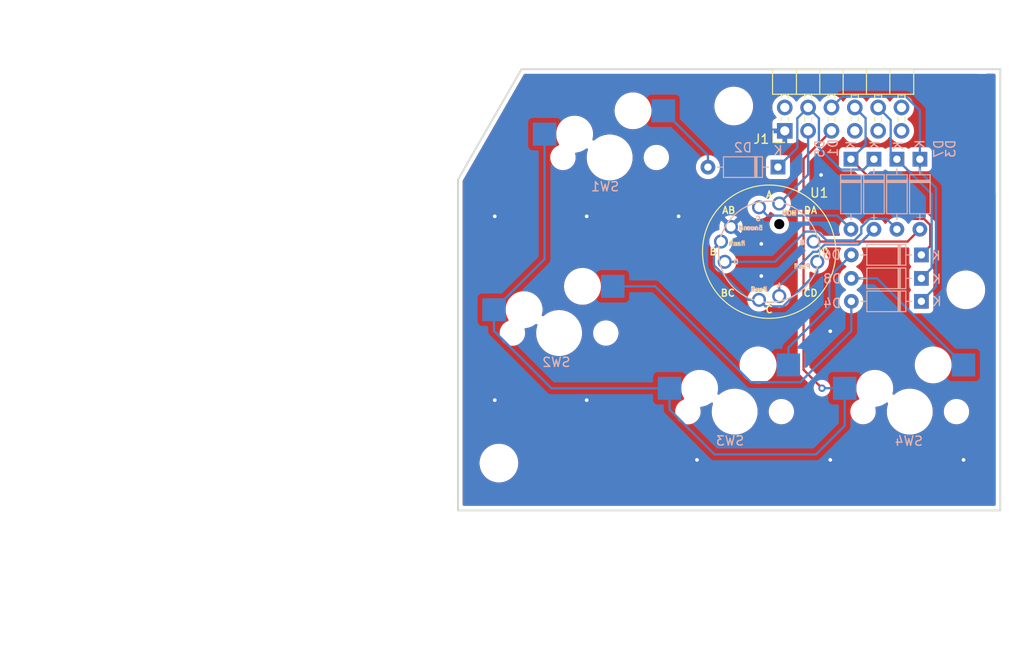
<source format=kicad_pcb>
(kicad_pcb (version 20211014) (generator pcbnew)
  (layers (0 "F.Cu" signal) (31 "B.Cu" signal) (34 "B.Paste" user) (35 "F.Paste" user) (36 "B.SilkS" user "B.Silkscreen") (37 "F.SilkS" user "F.Silkscreen") (38 "B.Mask" user) (39 "F.Mask" user) (44 "Edge.Cuts" user))
  (net 0 "")
  (net 1 "/Col0")
  (net 2 "Net-(D1-Pad2)")
  (net 3 "/Col1")
  (net 4 "Net-(D3-Pad2)")
  (net 5 "/Col2")
  (net 6 "Net-(D5-Pad2)")
  (net 7 "Net-(D6-Pad2)")
  (net 8 "/Col3")
  (net 9 "Net-(D7-Pad2)")
  (net 10 "Net-(D8-Pad2)")
  (net 11 "/Col4")
  (net 12 "/Col5")
  (net 13 "/GND")
  (net 14 "/3.3v")
  (net 15 "/Row4")
  (net 16 "/Row5")
  (net 19 "Net-(D2-Pad2)")
  (net 20 "Net-(D4-Pad2)")
  (net 21 "unconnected-(U1-Pad3)")
  (footprint "MountingHole:MountingHole_3.2mm_M3" (layer "F.Cu") (at 141.25 48)
    (fp_text reference "H3" hide)
    (fp_text value "MountingHole")
    (pad "" np_thru_hole circle (at 0 0) (size 3.2 3.2) (drill 3.2) (layers *.Cu *.Mask))
  )
  (footprint "keypad:MXOnly-1U-Hotswap" (layer "F.Cu") (at 135.15 61.25)
    (fp_text reference "SW4" (at -0.1 3.2) (layer "B.SilkS") (effects (justify mirror)))
    (fp_text value "SW_Push")
    (pad "" np_thru_hole circle (at -3.81 -2.54) (size 3 3) (drill 3) (layers *.Cu *.Mask))
    (pad "" np_thru_hole circle (at -5.08 0 48.0996) (size 1.75 1.75) (drill 1.75) (layers *.Cu *.Mask))
    (pad "" np_thru_hole circle (at 0 0) (size 3.9878 3.9878) (drill 3.9878) (layers *.Cu *.Mask))
    (pad "" np_thru_hole circle (at 2.54 -5.08) (size 3 3) (drill 3) (layers *.Cu *.Mask))
    (pad "" np_thru_hole circle (at 5.08 0 48.0996) (size 1.75 1.75) (drill 1.75) (layers *.Cu *.Mask))
    (pad "1" smd rect (at -7.085 -2.54) (size 2.55 2.5) (layers "B.Cu" "B.Paste" "B.Mask") (net 16 "/Row5"))
    (pad "2" smd rect (at 5.842 -5.08) (size 2.55 2.5) (layers "B.Cu" "B.Paste" "B.Mask") (net 10 "Net-(D8-Pad2)"))
  )
  (footprint "keypad:MXOnly-1U-Hotswap" (layer "F.Cu") (at 116.1 61.25)
    (fp_text reference "SW3" (at -0.5 3.175) (layer "B.SilkS") (effects (justify mirror)))
    (fp_text value "SW_Push")
    (pad "" np_thru_hole circle (at 5.08 0 48.0996) (size 1.75 1.75) (drill 1.75) (layers *.Cu *.Mask))
    (pad "" np_thru_hole circle (at -5.08 0 48.0996) (size 1.75 1.75) (drill 1.75) (layers *.Cu *.Mask))
    (pad "" np_thru_hole circle (at -3.81 -2.54) (size 3 3) (drill 3) (layers *.Cu *.Mask))
    (pad "" np_thru_hole circle (at 0 0) (size 3.9878 3.9878) (drill 3.9878) (layers *.Cu *.Mask))
    (pad "" np_thru_hole circle (at 2.54 -5.08) (size 3 3) (drill 3) (layers *.Cu *.Mask))
    (pad "1" smd rect (at -7.085 -2.54) (size 2.55 2.5) (layers "B.Cu" "B.Paste" "B.Mask") (net 16 "/Row5"))
    (pad "2" smd rect (at 5.842 -5.08) (size 2.55 2.5) (layers "B.Cu" "B.Paste" "B.Mask") (net 7 "Net-(D6-Pad2)"))
  )
  (footprint "keypad:PinHeader_2x06_P2.54mm_Horizontal" (layer "F.Cu") (at 121.55 30.7 90)
    (fp_text reference "J1" (at -0.9 -2.55 180) (layer "F.SilkS"))
    (fp_text value "Conn_02x06_Odd_Even")
    (fp_line (start 6.64 -1.33) (end 3.98 -1.33) (layer "F.SilkS") (width 0.12))
    (fp_line (start -1.27 -1.27) (end 0 -1.27) (layer "F.SilkS") (width 0.12))
    (fp_line (start 1.11 0.38) (end 1.497071 0.38) (layer "F.SilkS") (width 0.12))
    (fp_line (start 3.98 -1.33) (end 3.98 14.03) (layer "F.SilkS") (width 0.12))
    (fp_line (start 6.64 14.03) (end 6.64 -1.33) (layer "F.SilkS") (width 0.12))
    (fp_line (start 3.582929 4.7) (end 3.98 4.7) (layer "F.SilkS") (width 0.12))
    (fp_line (start 3.582929 2.92) (end 3.98 2.92) (layer "F.SilkS") (width 0.12))
    (fp_line (start 1.042929 9.78) (end 1.497071 9.78) (layer "F.SilkS") (width 0.12))
    (fp_line (start 3.98 1.27) (end 6.64 1.27) (layer "F.SilkS") (width 0.12))
    (fp_line (start 1.042929 12.32) (end 1.497071 12.32) (layer "F.SilkS") (width 0.12))
    (fp_line (start 1.042929 13.08) (end 1.497071 13.08) (layer "F.SilkS") (width 0.12))
    (fp_line (start 3.582929 8) (end 3.98 8) (layer "F.SilkS") (width 0.12))
    (fp_line (start 1.042929 2.92) (end 1.497071 2.92) (layer "F.SilkS") (width 0.12))
    (fp_line (start 3.582929 9.78) (end 3.98 9.78) (layer "F.SilkS") (width 0.12))
    (fp_line (start 1.042929 2.16) (end 1.497071 2.16) (layer "F.SilkS") (width 0.12))
    (fp_line (start 3.582929 0.38) (end 3.98 0.38) (layer "F.SilkS") (width 0.12))
    (fp_line (start 3.98 14.03) (end 6.64 14.03) (layer "F.SilkS") (width 0.12))
    (fp_line (start 1.042929 7.24) (end 1.497071 7.24) (layer "F.SilkS") (width 0.12))
    (fp_line (start 1.042929 4.7) (end 1.497071 4.7) (layer "F.SilkS") (width 0.12))
    (fp_line (start 3.582929 13.08) (end 3.98 13.08) (layer "F.SilkS") (width 0.12))
    (fp_line (start 1.042929 8) (end 1.497071 8) (layer "F.SilkS") (width 0.12))
    (fp_line (start 3.98 8.89) (end 6.64 8.89) (layer "F.SilkS") (width 0.12))
    (fp_line (start 3.582929 7.24) (end 3.98 7.24) (layer "F.SilkS") (width 0.12))
    (fp_line (start 1.11 -0.38) (end 1.497071 -0.38) (layer "F.SilkS") (width 0.12))
    (fp_line (start 3.582929 5.46) (end 3.98 5.46) (layer "F.SilkS") (width 0.12))
    (fp_line (start 3.582929 10.54) (end 3.98 10.54) (layer "F.SilkS") (width 0.12))
    (fp_line (start 3.582929 12.32) (end 3.98 12.32) (layer "F.SilkS") (width 0.12))
    (fp_line (start 3.98 3.81) (end 6.64 3.81) (layer "F.SilkS") (width 0.12))
    (fp_line (start 3.582929 2.16) (end 3.98 2.16) (layer "F.SilkS") (width 0.12))
    (fp_line (start -1.27 0) (end -1.27 -1.27) (layer "F.SilkS") (width 0.12))
    (fp_line (start 3.582929 -0.38) (end 3.98 -0.38) (layer "F.SilkS") (width 0.12))
    (fp_line (start 3.98 11.43) (end 6.64 11.43) (layer "F.SilkS") (width 0.12))
    (fp_line (start 1.042929 5.46) (end 1.497071 5.46) (layer "F.SilkS") (width 0.12))
    (fp_line (start 3.98 6.35) (end 6.64 6.35) (layer "F.SilkS") (width 0.12))
    (fp_line (start 1.042929 10.54) (end 1.497071 10.54) (layer "F.SilkS") (width 0.12))
    (pad "1" thru_hole rect (at 0 0 90) (size 1.7 1.7) (drill 1) (layers *.Cu *.Mask) (net 13 "/GND"))
    (pad "2" thru_hole oval (at 2.54 0 90) (size 1.7 1.7) (drill 1) (layers *.Cu *.Mask) (net 14 "/3.3v"))
    (pad "3" thru_hole oval (at 0 2.54 90) (size 1.7 1.7) (drill 1) (layers *.Cu *.Mask) (net 15 "/Row4"))
    (pad "4" thru_hole oval (at 2.54 2.54 90) (size 1.7 1.7) (drill 1) (layers *.Cu *.Mask) (net 1 "/Col0"))
    (pad "5" thru_hole oval (at 0 5.08 90) (size 1.7 1.7) (drill 1) (layers *.Cu *.Mask) (net 16 "/Row5"))
    (pad "6" thru_hole oval (at 2.54 5.08 90) (size 1.7 1.7) (drill 1) (layers *.Cu *.Mask) (net 3 "/Col1"))
    (pad "7" thru_hole oval (at 0 7.62 90) (size 1.7 1.7) (drill 1) (layers *.Cu *.Mask))
    (pad "8" thru_hole oval (at 2.54 7.62 90) (size 1.7 1.7) (drill 1) (layers *.Cu *.Mask) (net 5 "/Col2"))
    (pad "9" thru_hole oval (at 0 10.16 90) (size 1.7 1.7) (drill 1) (layers *.Cu *.Mask))
    (pad "10" thru_hole oval (at 2.54 10.16 90) (size 1.7 1.7) (drill 1) (layers *.Cu *.Mask) (net 8 "/Col3"))
    (pad "11" thru_hole oval (at 0 12.7 90) (size 1.7 1.7) (drill 1) (layers *.Cu *.Mask) (net 12 "/Col5"))
    (pad "12" thru_hole oval (at 2.54 12.7 90) (size 1.7 1.7) (drill 1) (layers *.Cu *.Mask) (net 11 "/Col4"))
  )
  (footprint "thumb_pod:RKJXM1015004" (layer "F.Cu") (at 119.85 43.85)
    (fp_text reference "U1" (at 5.45 -6.4 unlocked) (layer "F.SilkS"))
    (fp_text value "RKJXM1015004")
    (fp_text user "Push" (at 3.6 1.6 unlocked) (layer "B.SilkS") (effects (font (size 0.5 0.5) (thickness 0.125)) (justify mirror)))
    (fp_text user "Push" (at -1.1 4.1 unlocked) (layer "B.SilkS") (effects (font (size 0.5 0.5) (thickness 0.125)) (justify mirror)))
    (fp_text user "B" (at 3.6 -1 unlocked) (layer "B.SilkS") (effects (font (size 0.5 0.5) (thickness 0.125)) (justify mirror)))
    (fp_text user "D" (at -3.6 1.1 unlocked) (layer "B.SilkS") (effects (font (size 0.5 0.5) (thickness 0.125)) (justify mirror)))
    (fp_text user "Push" (at -3.5 -0.9 unlocked) (layer "B.SilkS") (effects (font (size 0.5 0.5) (thickness 0.125)) (justify mirror)))
    (fp_text user "COM" (at 2.2 -4.2 unlocked) (layer "B.SilkS") (effects (font (size 0.5 0.5) (thickness 0.125)) (justify mirror)))
    (fp_text user "Ground" (at -2 -2.6 unlocked) (layer "B.SilkS") (effects (font (size 0.5 0.5) (thickness 0.125)) (justify mirror)))
    (fp_text user "A" (at 1.1 3.7 unlocked) (layer "B.SilkS") (effects (font (size 0.5 0.5) (thickness 0.125)) (justify mirror)))
    (fp_text user "C" (at -1.2 -3.6 unlocked) (layer "B.SilkS") (effects (font (size 0.5 0.5) (thickness 0.125)) (justify mirror)))
    (fp_text user "B" (at -6.1 0 unlocked) (layer "F.SilkS") (effects (font (size 0.75 0.75))))
    (fp_text user "Push" (at -3.5 -0.9 unlocked) (layer "F.SilkS") (effects (font (size 0.5 0.5) (thickness 0.125))))
    (fp_text user "BC" (at -4.5 4.5 unlocked) (layer "F.SilkS") (effects (font (size 0.75 0.75))))
    (fp_text user "AB" (at -4.4 -4.5 unlocked) (layer "F.SilkS") (effects (font (size 0.75 0.75))))
    (fp_text user "C" (at 0 6.3 unlocked) (layer "F.SilkS") (effects (font (size 0.75 0.75))))
    (fp_text user "A" (at 1.1 3.7 unlocked) (layer "F.SilkS") (effects (font (size 0.5 0.5) (thickness 0.125))))
    (fp_text user "DA" (at 4.5 -4.5 unlocked) (layer "F.SilkS") (effects (font (size 0.75 0.75))))
    (fp_text user "D" (at -3.6 1.1 unlocked) (layer "F.SilkS") (effects (font (size 0.5 0.5) (thickness 0.125))))
    (fp_text user "CD" (at 4.5 4.5 unlocked) (layer "F.SilkS") (effects (font (size 0.75 0.75))))
    (fp_text user "Push" (at 3.6 1.6 unlocked) (layer "F.SilkS") (effects (font (size 0.5 0.5) (thickness 0.125))))
    (fp_text user "A" (at 0 -6.2 unlocked) (layer "F.SilkS") (effects (font (size 0.75 0.75))))
    (fp_text user "B" (at 3.6 -1 unlocked) (layer "F.SilkS") (effects (font (size 0.5 0.5) (thickness 0.125))))
    (fp_text user "D" (at 6.1 0 unlocked) (layer "F.SilkS") (effects (font (size 0.75 0.75))))
    (fp_text user "Ground" (at -2 -2.6 unlocked) (layer "F.SilkS") (effects (font (size 0.5 0.5) (thickness 0.125))))
    (fp_text user "Push" (at -1.1 4.1 unlocked) (layer "F.SilkS") (effects (font (size 0.5 0.5) (thickness 0.125))))
    (fp_text user "COM" (at 2.2 -4.2 unlocked) (layer "F.SilkS") (effects (font (size 0.5 0.5) (thickness 0.125))))
    (fp_text user "C" (at -1.2 -3.6 unlocked) (layer "F.SilkS") (effects (font (size 0.5 0.5) (thickness 0.125))))
    (fp_circle (center 0 0) (end 5.5 0) (layer "B.SilkS") (width 0.12) (fill none))
    (fp_circle (center 0 0) (end 7.25 0) (layer "F.SilkS") (width 0.12) (fill none))
    (fp_circle (center 0 0) (end 5.5 0) (layer "F.SilkS") (width 0.12) (fill none))
    (pad "" np_thru_hole circle (at 1.1 -3) (size 1.1 1.1) (drill 1.1) (layers *.Mask))
    (pad "1" thru_hole circle (at 1.1 -5.24) (size 1.524 1.524) (drill 1) (layers *.Cu *.Mask) (net 15 "/Row4"))
    (pad "2" thru_hole circle (at 4.83 -1.1) (size 1.524 1.524) (drill 1) (layers *.Cu *.Mask) (net 4 "Net-(D3-Pad2)"))
    (pad "3" thru_hole circle (at -5.24 -1.1) (size 1.524 1.524) (drill 1) (layers *.Cu *.Mask) (net 21 "unconnected-(U1-Pad3)"))
    (pad "3" thru_hole circle (at 5.24 1.1) (size 1.524 1.524) (drill 1) (layers *.Cu *.Mask) (net 21 "unconnected-(U1-Pad3)"))
    (pad "3" thru_hole circle (at -1.1 5.24) (size 1.524 1.524) (drill 1) (layers *.Cu *.Mask) (net 21 "unconnected-(U1-Pad3)"))
    (pad "4" thru_hole circle (at 1.1 4.83) (size 1.524 1.524) (drill 1) (layers *.Cu *.Mask) (net 2 "Net-(D1-Pad2)"))
    (pad "5" thru_hole circle (at -4.83 1.1) (size 1.524 1.524) (drill 1) (layers *.Cu *.Mask) (net 9 "Net-(D7-Pad2)"))
    (pad "6" thru_hole circle (at -4.15 -2.7) (size 1.524 1.524) (drill 1) (layers *.Cu *.Mask) (net 13 "/GND"))
    (pad "7" thru_hole circle (at -1.1 -4.83) (size 1.524 1.524) (drill 1) (layers *.Cu *.Mask) (net 6 "Net-(D5-Pad2)"))
  )
  (footprint "MountingHole:MountingHole_3.2mm_M3" (layer "F.Cu") (at 116 28)
    (fp_text reference "H1" hide)
    (fp_text value "MountingHole")
    (pad "" np_thru_hole circle (at 0 0) (size 3.2 3.2) (drill 3.2) (layers *.Cu *.Mask))
  )
  (footprint "keypad:MXOnly-1U-Hotswap" (layer "F.Cu") (at 97 52.7)
    (fp_text reference "SW2" (at -0.3 3.175) (layer "B.SilkS") (effects (justify mirror)))
    (fp_text value "SW_Push")
    (pad "" np_thru_hole circle (at 5.08 0 48.0996) (size 1.75 1.75) (drill 1.75) (layers *.Cu *.Mask))
    (pad "" np_thru_hole circle (at -5.08 0 48.0996) (size 1.75 1.75) (drill 1.75) (layers *.Cu *.Mask))
    (pad "" np_thru_hole circle (at 0 0) (size 3.9878 3.9878) (drill 3.9878) (layers *.Cu *.Mask))
    (pad "" np_thru_hole circle (at 2.54 -5.08) (size 3 3) (drill 3) (layers *.Cu *.Mask))
    (pad "" np_thru_hole circle (at -3.81 -2.54) (size 3 3) (drill 3) (layers *.Cu *.Mask))
    (pad "1" smd rect (at -7.085 -2.54) (size 2.55 2.5) (layers "B.Cu" "B.Paste" "B.Mask") (net 16 "/Row5"))
    (pad "2" smd rect (at 5.842 -5.08) (size 2.55 2.5) (layers "B.Cu" "B.Paste" "B.Mask") (net 20 "Net-(D4-Pad2)"))
  )
  (footprint "keypad:MXOnly-1U-Hotswap" (layer "F.Cu") (at 102.5 33.6)
    (fp_text reference "SW1" (at -0.5 3.175) (layer "B.SilkS") (effects (justify mirror)))
    (fp_text value "SW_Push")
    (pad "" np_thru_hole circle (at -3.81 -2.54) (size 3 3) (drill 3) (layers *.Cu *.Mask))
    (pad "" np_thru_hole circle (at 5.08 0 48.0996) (size 1.75 1.75) (drill 1.75) (layers *.Cu *.Mask))
    (pad "" np_thru_hole circle (at -5.08 0 48.0996) (size 1.75 1.75) (drill 1.75) (layers *.Cu *.Mask))
    (pad "" np_thru_hole circle (at 0 0) (size 3.9878 3.9878) (drill 3.9878) (layers *.Cu *.Mask))
    (pad "" np_thru_hole circle (at 2.54 -5.08) (size 3 3) (drill 3) (layers *.Cu *.Mask))
    (pad "1" smd rect (at -7.085 -2.54) (size 2.55 2.5) (layers "B.Cu" "B.Paste" "B.Mask") (net 16 "/Row5"))
    (pad "2" smd rect (at 5.842 -5.08) (size 2.55 2.5) (layers "B.Cu" "B.Paste" "B.Mask") (net 19 "Net-(D2-Pad2)"))
  )
  (footprint "MountingHole:MountingHole_3.2mm_M3" (layer "F.Cu") (at 90.45 66.85)
    (fp_text reference "H2" hide)
    (fp_text value "MountingHole")
    (pad "" np_thru_hole circle (at 0 0) (size 3.2 3.2) (drill 3.2) (layers *.Cu *.Mask))
  )
  (footprint "Diode_THT:D_DO-35_SOD27_P7.62mm_Horizontal" (layer "B.Cu") (at 131.25 33.79 -90)
    (fp_text reference "D1" (at -1.24 4.45 -270) (layer "B.SilkS") (effects (justify mirror)))
    (fp_text value "1N4148")
    (fp_text user "K" (at -1.54 -0.1 -270) (layer "B.SilkS") (effects (justify mirror)))
    (fp_line (start 5.93 1.12) (end 1.69 1.12) (layer "B.SilkS") (width 0.12))
    (fp_line (start 1.69 -1.12) (end 5.93 -1.12) (layer "B.SilkS") (width 0.12))
    (fp_line (start 1.69 1.12) (end 1.69 -1.12) (layer "B.SilkS") (width 0.12))
    (fp_line (start 2.41 1.12) (end 2.41 -1.12) (layer "B.SilkS") (width 0.12))
    (fp_line (start 2.53 1.12) (end 2.53 -1.12) (layer "B.SilkS") (width 0.12))
    (fp_line (start 2.29 1.12) (end 2.29 -1.12) (layer "B.SilkS") (width 0.12))
    (fp_line (start 6.58 0) (end 5.93 0) (layer "B.SilkS") (width 0.12))
    (fp_line (start 5.93 -1.12) (end 5.93 1.12) (layer "B.SilkS") (width 0.12))
    (fp_line (start 1.04 0) (end 1.69 0) (layer "B.SilkS") (width 0.12))
    (pad "1" thru_hole rect (at 0 0 270) (size 1.6 1.6) (drill 0.8) (layers *.Cu *.Mask) (net 1 "/Col0"))
    (pad "2" thru_hole oval (at 7.62 0 270) (size 1.6 1.6) (drill 0.8) (layers *.Cu *.Mask) (net 2 "Net-(D1-Pad2)"))
  )
  (footprint "Diode_THT:D_DO-35_SOD27_P7.62mm_Horizontal" (layer "B.Cu") (at 128.75 33.79 -90)
    (fp_text reference "D5" (at -1.14 3.4 -270) (layer "B.SilkS") (effects (justify mirror)))
    (fp_text value "1N4148")
    (fp_text user "K" (at -1.54 0 -270) (layer "B.SilkS") (effects (justify mirror)))
    (fp_line (start 2.53 1.12) (end 2.53 -1.12) (layer "B.SilkS") (width 0.12))
    (fp_line (start 1.04 0) (end 1.69 0) (layer "B.SilkS") (width 0.12))
    (fp_line (start 1.69 -1.12) (end 5.93 -1.12) (layer "B.SilkS") (width 0.12))
    (fp_line (start 2.41 1.12) (end 2.41 -1.12) (layer "B.SilkS") (width 0.12))
    (fp_line (start 2.29 1.12) (end 2.29 -1.12) (layer "B.SilkS") (width 0.12))
    (fp_line (start 5.93 1.12) (end 1.69 1.12) (layer "B.SilkS") (width 0.12))
    (fp_line (start 5.93 -1.12) (end 5.93 1.12) (layer "B.SilkS") (width 0.12))
    (fp_line (start 6.58 0) (end 5.93 0) (layer "B.SilkS") (width 0.12))
    (fp_line (start 1.69 1.12) (end 1.69 -1.12) (layer "B.SilkS") (width 0.12))
    (pad "1" thru_hole rect (at 0 0 270) (size 1.6 1.6) (drill 0.8) (layers *.Cu *.Mask) (net 5 "/Col2"))
    (pad "2" thru_hole oval (at 7.62 0 270) (size 1.6 1.6) (drill 0.8) (layers *.Cu *.Mask) (net 6 "Net-(D5-Pad2)"))
  )
  (footprint "Diode_THT:D_DO-35_SOD27_P7.62mm_Horizontal" (layer "B.Cu") (at 136.41 46.75 180)
    (fp_text reference "D8" (at 9.7 -0.04) (layer "B.SilkS") (effects (justify mirror)))
    (fp_text value "1N4148")
    (fp_text user "K" (at -1.65 -0.09) (layer "B.SilkS") (effects (justify mirror)))
    (fp_line (start 5.93 -1.12) (end 5.93 1.12) (layer "B.SilkS") (width 0.12))
    (fp_line (start 1.69 -1.12) (end 5.93 -1.12) (layer "B.SilkS") (width 0.12))
    (fp_line (start 2.29 1.12) (end 2.29 -1.12) (layer "B.SilkS") (width 0.12))
    (fp_line (start 1.04 0) (end 1.69 0) (layer "B.SilkS") (width 0.12))
    (fp_line (start 1.69 1.12) (end 1.69 -1.12) (layer "B.SilkS") (width 0.12))
    (fp_line (start 6.58 0) (end 5.93 0) (layer "B.SilkS") (width 0.12))
    (fp_line (start 2.53 1.12) (end 2.53 -1.12) (layer "B.SilkS") (width 0.12))
    (fp_line (start 5.93 1.12) (end 1.69 1.12) (layer "B.SilkS") (width 0.12))
    (fp_line (start 2.41 1.12) (end 2.41 -1.12) (layer "B.SilkS") (width 0.12))
    (pad "1" thru_hole rect (at 0 0 180) (size 1.6 1.6) (drill 0.8) (layers *.Cu *.Mask) (net 8 "/Col3"))
    (pad "2" thru_hole oval (at 7.62 0 180) (size 1.6 1.6) (drill 0.8) (layers *.Cu *.Mask) (net 10 "Net-(D8-Pad2)"))
  )
  (footprint "Diode_THT:D_DO-35_SOD27_P7.62mm_Horizontal" (layer "B.Cu") (at 133.75 33.79 -90)
    (fp_text reference "D7" (at -1.14 -4.55 -270) (layer "B.SilkS") (effects (justify mirror)))
    (fp_text value "1N4148")
    (fp_text user "K" (at -1.49 -0.15 -270) (layer "B.SilkS") (effects (justify mirror)))
    (fp_line (start 1.69 -1.12) (end 5.93 -1.12) (layer "B.SilkS") (width 0.12))
    (fp_line (start 5.93 -1.12) (end 5.93 1.12) (layer "B.SilkS") (width 0.12))
    (fp_line (start 1.69 1.12) (end 1.69 -1.12) (layer "B.SilkS") (width 0.12))
    (fp_line (start 2.29 1.12) (end 2.29 -1.12) (layer "B.SilkS") (width 0.12))
    (fp_line (start 6.58 0) (end 5.93 0) (layer "B.SilkS") (width 0.12))
    (fp_line (start 2.53 1.12) (end 2.53 -1.12) (layer "B.SilkS") (width 0.12))
    (fp_line (start 2.41 1.12) (end 2.41 -1.12) (layer "B.SilkS") (width 0.12))
    (fp_line (start 5.93 1.12) (end 1.69 1.12) (layer "B.SilkS") (width 0.12))
    (fp_line (start 1.04 0) (end 1.69 0) (layer "B.SilkS") (width 0.12))
    (pad "1" thru_hole rect (at 0 0 270) (size 1.6 1.6) (drill 0.8) (layers *.Cu *.Mask) (net 8 "/Col3"))
    (pad "2" thru_hole oval (at 7.62 0 270) (size 1.6 1.6) (drill 0.8) (layers *.Cu *.Mask) (net 9 "Net-(D7-Pad2)"))
  )
  (footprint "Diode_THT:D_DO-35_SOD27_P7.62mm_Horizontal" (layer "B.Cu") (at 136.41 49.25 180)
    (fp_text reference "D4" (at 9.7 -0.21) (layer "B.SilkS") (effects (justify mirror)))
    (fp_text value "1N4148")
    (fp_text user "K" (at -1.7 -0.01) (layer "B.SilkS") (effects (justify mirror)))
    (fp_line (start 1.04 0) (end 1.69 0) (layer "B.SilkS") (width 0.12))
    (fp_line (start 1.69 -1.12) (end 5.93 -1.12) (layer "B.SilkS") (width 0.12))
    (fp_line (start 2.29 1.12) (end 2.29 -1.12) (layer "B.SilkS") (width 0.12))
    (fp_line (start 6.58 0) (end 5.93 0) (layer "B.SilkS") (width 0.12))
    (fp_line (start 5.93 1.12) (end 1.69 1.12) (layer "B.SilkS") (width 0.12))
    (fp_line (start 5.93 -1.12) (end 5.93 1.12) (layer "B.SilkS") (width 0.12))
    (fp_line (start 2.53 1.12) (end 2.53 -1.12) (layer "B.SilkS") (width 0.12))
    (fp_line (start 2.41 1.12) (end 2.41 -1.12) (layer "B.SilkS") (width 0.12))
    (fp_line (start 1.69 1.12) (end 1.69 -1.12) (layer "B.SilkS") (width 0.12))
    (pad "1" thru_hole rect (at 0 0 180) (size 1.6 1.6) (drill 0.8) (layers *.Cu *.Mask) (net 3 "/Col1"))
    (pad "2" thru_hole oval (at 7.62 0 180) (size 1.6 1.6) (drill 0.8) (layers *.Cu *.Mask) (net 20 "Net-(D4-Pad2)"))
  )
  (footprint "Diode_THT:D_DO-35_SOD27_P7.62mm_Horizontal" (layer "B.Cu") (at 136.41 44.2 180)
    (fp_text reference "D6" (at 9.76 0) (layer "B.SilkS") (effects (justify mirror)))
    (fp_text value "1N4148")
    (fp_text user "K" (at -1.59 -0.1) (layer "B.SilkS") (effects (justify mirror)))
    (fp_line (start 1.69 -1.12) (end 5.93 -1.12) (layer "B.SilkS") (width 0.12))
    (fp_line (start 6.58 0) (end 5.93 0) (layer "B.SilkS") (width 0.12))
    (fp_line (start 2.53 1.12) (end 2.53 -1.12) (layer "B.SilkS") (width 0.12))
    (fp_line (start 1.69 1.12) (end 1.69 -1.12) (layer "B.SilkS") (width 0.12))
    (fp_line (start 2.41 1.12) (end 2.41 -1.12) (layer "B.SilkS") (width 0.12))
    (fp_line (start 1.04 0) (end 1.69 0) (layer "B.SilkS") (width 0.12))
    (fp_line (start 5.93 1.12) (end 1.69 1.12) (layer "B.SilkS") (width 0.12))
    (fp_line (start 5.93 -1.12) (end 5.93 1.12) (layer "B.SilkS") (width 0.12))
    (fp_line (start 2.29 1.12) (end 2.29 -1.12) (layer "B.SilkS") (width 0.12))
    (pad "1" thru_hole rect (at 0 0 180) (size 1.6 1.6) (drill 0.8) (layers *.Cu *.Mask) (net 5 "/Col2"))
    (pad "2" thru_hole oval (at 7.62 0 180) (size 1.6 1.6) (drill 0.8) (layers *.Cu *.Mask) (net 7 "Net-(D6-Pad2)"))
  )
  (footprint "Diode_THT:D_DO-35_SOD27_P7.62mm_Horizontal" (layer "B.Cu") (at 136.25 33.79 -90)
    (fp_text reference "D3" (at -1.14 -3.35 90) (layer "B.SilkS") (effects (justify mirror)))
    (fp_text value "1N4148")
    (fp_text user "K" (at -1.64 0 90) (layer "B.SilkS") (effects (justify mirror)))
    (fp_line (start 2.29 1.12) (end 2.29 -1.12) (layer "B.SilkS") (width 0.12))
    (fp_line (start 5.93 -1.12) (end 5.93 1.12) (layer "B.SilkS") (width 0.12))
    (fp_line (start 2.41 1.12) (end 2.41 -1.12) (layer "B.SilkS") (width 0.12))
    (fp_line (start 6.58 0) (end 5.93 0) (layer "B.SilkS") (width 0.12))
    (fp_line (start 1.69 -1.12) (end 5.93 -1.12) (layer "B.SilkS") (width 0.12))
    (fp_line (start 2.53 1.12) (end 2.53 -1.12) (layer "B.SilkS") (width 0.12))
    (fp_line (start 5.93 1.12) (end 1.69 1.12) (layer "B.SilkS") (width 0.12))
    (fp_line (start 1.69 1.12) (end 1.69 -1.12) (layer "B.SilkS") (width 0.12))
    (fp_line (start 1.04 0) (end 1.69 0) (layer "B.SilkS") (width 0.12))
    (pad "1" thru_hole rect (at 0 0 270) (size 1.6 1.6) (drill 0.8) (layers *.Cu *.Mask) (net 3 "/Col1"))
    (pad "2" thru_hole oval (at 7.62 0 270) (size 1.6 1.6) (drill 0.8) (layers *.Cu *.Mask) (net 4 "Net-(D3-Pad2)"))
  )
  (footprint "Diode_THT:D_DO-35_SOD27_P7.62mm_Horizontal" (layer "B.Cu") (at 120.81 34.65 180)
    (fp_text reference "D2" (at 3.81 2.12) (layer "B.SilkS") (effects (justify mirror)))
    (fp_text value "1N4148")
    (fp_text user "K" (at 0 1.8) (layer "B.SilkS") (effects (justify mirror)))
    (fp_line (start 2.41 1.12) (end 2.41 -1.12) (layer "B.SilkS") (width 0.12))
    (fp_line (start 2.29 1.12) (end 2.29 -1.12) (layer "B.SilkS") (width 0.12))
    (fp_line (start 6.58 0) (end 5.93 0) (layer "B.SilkS") (width 0.12))
    (fp_line (start 5.93 1.12) (end 1.69 1.12) (layer "B.SilkS") (width 0.12))
    (fp_line (start 1.69 -1.12) (end 5.93 -1.12) (layer "B.SilkS") (width 0.12))
    (fp_line (start 1.04 0) (end 1.69 0) (layer "B.SilkS") (width 0.12))
    (fp_line (start 1.69 1.12) (end 1.69 -1.12) (layer "B.SilkS") (width 0.12))
    (fp_line (start 5.93 -1.12) (end 5.93 1.12) (layer "B.SilkS") (width 0.12))
    (fp_line (start 2.53 1.12) (end 2.53 -1.12) (layer "B.SilkS") (width 0.12))
    (pad "1" thru_hole rect (at 0 0 180) (size 1.6 1.6) (drill 0.8) (layers *.Cu *.Mask) (net 1 "/Col0"))
    (pad "2" thru_hole oval (at 7.62 0 180) (size 1.6 1.6) (drill 0.8) (layers *.Cu *.Mask) (net 19 "Net-(D2-Pad2)"))
  )
  (gr_line (start 92.9 24) (end 86 36) (layer "Edge.Cuts") (width 0.2))
  (gr_line (start 145 24) (end 92.9 24) (layer "Edge.Cuts") (width 0.2))
  (gr_line (start 86 36) (end 86 72) (layer "Edge.Cuts") (width 0.2))
  (gr_line (start 86 72) (end 145 72) (layer "Edge.Cuts") (width 0.2))
  (gr_line (start 145 24) (end 145 72) (layer "Edge.Cuts") (width 0.2))
  (gr_text "kp13 Thumb Pod v0.1" (at 143.9 30.65 270) (layer "F.Cu") (effects (font (size 0.75 0.75) (thickness 0.1875))))
  (segment (start 130.125 34.915) (end 127.625 34.915) (width 0.25) (layer "B.Cu") (net 1))
  (segment (start 125.265 32.555) (end 125.265 29.335) (width 0.25) (layer "B.Cu") (net 1))
  (segment (start 127.625 34.915) (end 125.265 32.555) (width 0.25) (layer "B.Cu") (net 1))
  (segment (start 120.81 34.65) (end 122.915 32.545) (width 0.25) (layer "B.Cu") (net 1))
  (segment (start 122.915 29.335) (end 124.09 28.16) (width 0.25) (layer "B.Cu") (net 1))
  (segment (start 122.915 32.545) (end 122.915 29.335) (width 0.25) (layer "B.Cu") (net 1))
  (segment (start 131.25 33.79) (end 130.125 34.915) (width 0.25) (layer "B.Cu") (net 1))
  (segment (start 125.265 29.335) (end 124.09 28.16) (width 0.25) (layer "B.Cu") (net 1))
  (segment (start 125.104251 43.863) (end 124.639749 43.863) (width 0.25) (layer "B.Cu") (net 2))
  (segment (start 124.639749 43.863) (end 120.95 47.552749) (width 0.25) (layer "B.Cu") (net 2))
  (segment (start 120.95 47.552749) (end 120.95 48.68) (width 0.25) (layer "B.Cu") (net 2))
  (segment (start 131.25 41.41) (end 129.585 43.075) (width 0.25) (layer "B.Cu") (net 2))
  (segment (start 129.585 43.075) (end 125.892251 43.075) (width 0.25) (layer "B.Cu") (net 2))
  (segment (start 125.892251 43.075) (end 125.104251 43.863) (width 0.25) (layer "B.Cu") (net 2))
  (segment (start 136.25 35.15) (end 136.25 33.79) (width 0.25) (layer "B.Cu") (net 3))
  (segment (start 127.805 26.985) (end 126.63 28.16) (width 0.25) (layer "B.Cu") (net 3))
  (segment (start 136.41 49.25) (end 138 47.66) (width 0.25) (layer "B.Cu") (net 3))
  (segment (start 138 47.66) (end 138 36.9) (width 0.25) (layer "B.Cu") (net 3))
  (segment (start 138 36.9) (end 136.25 35.15) (width 0.25) (layer "B.Cu") (net 3))
  (segment (start 136.25 33.79) (end 136.25 28.498299) (width 0.25) (layer "B.Cu") (net 3))
  (segment (start 136.25 28.498299) (end 134.736701 26.985) (width 0.25) (layer "B.Cu") (net 3))
  (segment (start 134.736701 26.985) (end 127.805 26.985) (width 0.25) (layer "B.Cu") (net 3))
  (segment (start 134.91 42.75) (end 124.68 42.75) (width 0.25) (layer "F.Cu") (net 4))
  (segment (start 136.25 41.41) (end 134.91 42.75) (width 0.25) (layer "F.Cu") (net 4))
  (segment (start 137.375 40.944009) (end 137.375 43.235) (width 0.25) (layer "F.Cu") (net 5))
  (segment (start 128.75 33.79) (end 135.245 40.285) (width 0.25) (layer "F.Cu") (net 5))
  (segment (start 135.245 40.285) (end 136.715991 40.285) (width 0.25) (layer "F.Cu") (net 5))
  (segment (start 136.715991 40.285) (end 137.375 40.944009) (width 0.25) (layer "F.Cu") (net 5))
  (segment (start 137.375 43.235) (end 136.41 44.2) (width 0.25) (layer "F.Cu") (net 5))
  (segment (start 130.345 29.335) (end 129.17 28.16) (width 0.25) (layer "B.Cu") (net 5))
  (segment (start 128.75 33.79) (end 130.345 32.195) (width 0.25) (layer "B.Cu") (net 5))
  (segment (start 130.345 32.195) (end 130.345 29.335) (width 0.25) (layer "B.Cu") (net 5))
  (segment (start 119.654999 39.924999) (end 127.264999 39.924999) (width 0.25) (layer "B.Cu") (net 6))
  (segment (start 127.264999 39.924999) (end 128.75 41.41) (width 0.25) (layer "B.Cu") (net 6))
  (segment (start 118.75 39.02) (end 119.654999 39.924999) (width 0.25) (layer "B.Cu") (net 6))
  (segment (start 126.4 46.59) (end 128.79 44.2) (width 0.25) (layer "B.Cu") (net 7))
  (segment (start 126.4 49.825) (end 126.4 46.59) (width 0.25) (layer "B.Cu") (net 7))
  (segment (start 121.942 54.283) (end 126.4 49.825) (width 0.25) (layer "B.Cu") (net 7))
  (segment (start 121.942 56.17) (end 121.942 54.283) (width 0.25) (layer "B.Cu") (net 7))
  (segment (start 137.535 45.625) (end 137.535 37.575) (width 0.25) (layer "B.Cu") (net 8))
  (segment (start 136.41 46.75) (end 137.535 45.625) (width 0.25) (layer "B.Cu") (net 8))
  (segment (start 137.535 37.575) (end 133.75 33.79) (width 0.25) (layer "B.Cu") (net 8))
  (segment (start 133.075 29.525) (end 131.71 28.16) (width 0.25) (layer "B.Cu") (net 8))
  (segment (start 133.075 33.115) (end 133.075 29.525) (width 0.25) (layer "B.Cu") (net 8))
  (segment (start 133.75 33.79) (end 133.075 33.115) (width 0.25) (layer "B.Cu") (net 8))
  (segment (start 123.787 41.663) (end 120.5 44.95) (width 0.25) (layer "B.Cu") (net 9))
  (segment (start 129.875 41.175) (end 129.875 41.875991) (width 0.25) (layer "B.Cu") (net 9))
  (segment (start 125.130251 41.663) (end 123.787 41.663) (width 0.25) (layer "B.Cu") (net 9))
  (segment (start 126.092251 42.625) (end 125.130251 41.663) (width 0.25) (layer "B.Cu") (net 9))
  (segment (start 130.765 40.285) (end 129.875 41.175) (width 0.25) (layer "B.Cu") (net 9))
  (segment (start 132.625 40.285) (end 130.765 40.285) (width 0.25) (layer "B.Cu") (net 9))
  (segment (start 120.5 44.95) (end 115.02 44.95) (width 0.25) (layer "B.Cu") (net 9))
  (segment (start 133.75 41.41) (end 132.625 40.285) (width 0.25) (layer "B.Cu") (net 9))
  (segment (start 129.125991 42.625) (end 126.092251 42.625) (width 0.25) (layer "B.Cu") (net 9))
  (segment (start 129.875 41.875991) (end 129.125991 42.625) (width 0.25) (layer "B.Cu") (net 9))
  (segment (start 140.992 56.17) (end 131.572 46.75) (width 0.25) (layer "B.Cu") (net 10))
  (segment (start 131.572 46.75) (end 128.79 46.75) (width 0.25) (layer "B.Cu") (net 10))
  (via (at 90 40) (size 0.8) (drill 0.4) (layers "F.Cu" "B.Cu") (net 13))
  (via (at 100 60) (size 0.8) (drill 0.4) (layers "F.Cu" "B.Cu") (net 13))
  (via (at 119 46.5) (size 0.8) (drill 0.4) (layers "F.Cu" "B.Cu") (net 13))
  (via (at 112 66.5) (size 0.8) (drill 0.4) (layers "F.Cu" "B.Cu") (net 13))
  (via (at 119 43) (size 0.8) (drill 0.4) (layers "F.Cu" "B.Cu") (net 13))
  (via (at 126.5 52.5) (size 0.8) (drill 0.4) (layers "F.Cu" "B.Cu") (net 13))
  (via (at 90 60) (size 0.8) (drill 0.4) (layers "F.Cu" "B.Cu") (net 13))
  (via (at 125.5 35.5) (size 0.8) (drill 0.4) (layers "F.Cu" "B.Cu") (net 13))
  (via (at 110 40) (size 0.8) (drill 0.4) (layers "F.Cu" "B.Cu") (net 13))
  (via (at 126.5 66.5) (size 0.8) (drill 0.4) (layers "F.Cu" "B.Cu") (net 13))
  (via (at 141 66.5) (size 0.8) (drill 0.4) (layers "F.Cu" "B.Cu") (net 13))
  (via (at 100 40) (size 0.8) (drill 0.4) (layers "F.Cu" "B.Cu") (net 13))
  (segment (start 124.09 35.47) (end 124.09 30.7) (width 0.25) (layer "B.Cu") (net 15))
  (segment (start 120.95 38.61) (end 124.09 35.47) (width 0.25) (layer "B.Cu") (net 15))
  (segment (start 123.593 56.693) (end 125.6 58.7) (width 0.25) (layer "F.Cu") (net 16))
  (segment (start 123.593 33.737) (end 123.593 56.693) (width 0.25) (layer "F.Cu") (net 16))
  (segment (start 126.63 30.7) (end 123.593 33.737) (width 0.25) (layer "F.Cu") (net 16))
  (via (at 125.6 58.7) (size 0.8) (drill 0.4) (layers "F.Cu" "B.Cu") (net 16))
  (segment (start 89.915 52.462769) (end 96.162231 58.71) (width 0.25) (layer "B.Cu") (net 16))
  (segment (start 125.6 58.7) (end 128.055 58.7) (width 0.25) (layer "B.Cu") (net 16))
  (segment (start 89.915 50.16) (end 89.915 52.462769) (width 0.25) (layer "B.Cu") (net 16))
  (segment (start 128.055 58.7) (end 128.065 58.71) (width 0.25) (layer "B.Cu") (net 16))
  (segment (start 128.065 58.71) (end 128.065 62.785) (width 0.25) (layer "B.Cu") (net 16))
  (segment (start 128.065 62.785) (end 124.95 65.9) (width 0.25) (layer "B.Cu") (net 16))
  (segment (start 113.902231 65.9) (end 109.015 61.012769) (width 0.25) (layer "B.Cu") (net 16))
  (segment (start 95.415 31.06) (end 95.415 44.66) (width 0.25) (layer "B.Cu") (net 16))
  (segment (start 124.95 65.9) (end 113.902231 65.9) (width 0.25) (layer "B.Cu") (net 16))
  (segment (start 95.415 44.66) (end 89.915 50.16) (width 0.25) (layer "B.Cu") (net 16))
  (segment (start 109.015 61.012769) (end 109.015 58.71) (width 0.25) (layer "B.Cu") (net 16))
  (segment (start 96.162231 58.71) (end 109.015 58.71) (width 0.25) (layer "B.Cu") (net 16))
  (segment (start 113.19 33.368) (end 113.19 34.65) (width 0.25) (layer "B.Cu") (net 19))
  (segment (start 108.342 28.52) (end 113.19 33.368) (width 0.25) (layer "B.Cu") (net 19))
  (segment (start 123.241999 58.045001) (end 128.79 52.497) (width 0.25) (layer "B.Cu") (net 20))
  (segment (start 102.842 47.62) (end 107.438348 47.62) (width 0.25) (layer "B.Cu") (net 20))
  (segment (start 117.863349 58.045001) (end 123.241999 58.045001) (width 0.25) (layer "B.Cu") (net 20))
  (segment (start 128.79 52.497) (end 128.79 49.25) (width 0.25) (layer "B.Cu") (net 20))
  (segment (start 107.438348 47.62) (end 117.863349 58.045001) (width 0.25) (layer "B.Cu") (net 20))
  (segment (start 113.848001 45.315252) (end 113.848001 43.511999) (width 0.25) (layer "B.Cu") (net 21))
  (segment (start 113.848001 43.511999) (end 114.61 42.75) (width 0.25) (layer "B.Cu") (net 21))
  (segment (start 118.75 49.09) (end 117.622749 49.09) (width 0.25) (layer "B.Cu") (net 21))
  (segment (start 117.622749 49.09) (end 113.848001 45.315252) (width 0.25) (layer "B.Cu") (net 21))
  (segment (start 125.09 46.077251) (end 121.367251 49.8) (width 0.25) (layer "B.Cu") (net 21))
  (segment (start 125.09 44.95) (end 125.09 46.077251) (width 0.25) (layer "B.Cu") (net 21))
  (segment (start 121.367251 49.8) (end 119.46 49.8) (width 0.25) (layer "B.Cu") (net 21))
  (segment (start 119.46 49.8) (end 118.75 49.09) (width 0.25) (layer "B.Cu") (net 21))
  (zone (net 13) (net_name "/GND") (layers F&B.Cu) (connect_pads (clearance 0.508)) (min_thickness 0.254) (fill yes (thermal_gap 0.508) (thermal_bridge_width 0.508))
    (polygon (pts (xy 145.65 72.4) (xy 86 72.4) (xy 86 23.65) (xy 145.65 23.65)))
  )
)
</source>
